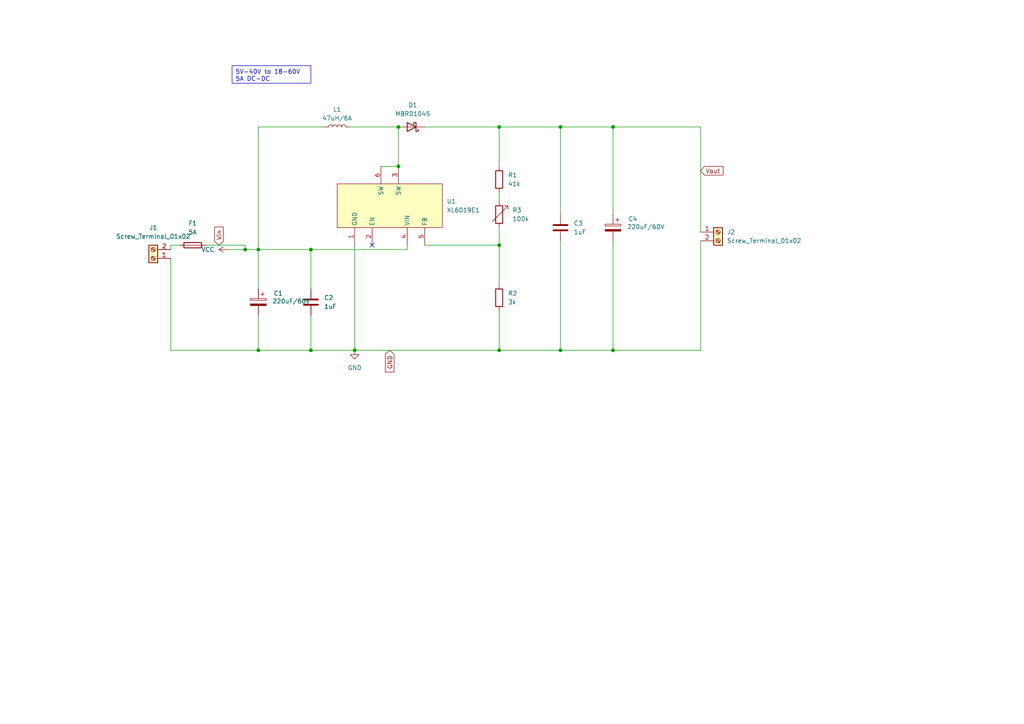
<source format=kicad_sch>
(kicad_sch (version 20231120) (generator "eeschema") (generator_version "8.0")
  (paper "A4")
  (lib_symbols
    (symbol "Connector:Screw_Terminal_01x02" (pin_names (offset 1.016) hide)
      (property "Reference" "J" (at 0 2.54 0))
      (property "Value" "Screw_Terminal_01x02" (at 0 -5.08 0))
      (symbol "Screw_Terminal_01x02_1_1"
        (rectangle (start -1.27 1.27) (end 1.27 -3.81) (stroke (width 0.254)) (fill (type background)))
        (circle (center 0 -2.54) (radius 0.635) (stroke (width 0.1524)))
        (polyline (pts (xy -0.5334 -2.2098) (xy 0.3302 -3.048)) (stroke (width 0.1524)))
        (polyline (pts (xy -0.5334 0.3302) (xy 0.3302 -0.508)) (stroke (width 0.1524)))
        (polyline (pts (xy -0.3556 -2.032) (xy 0.508 -2.8702)) (stroke (width 0.1524)))
        (polyline (pts (xy -0.3556 0.508) (xy 0.508 -0.3302)) (stroke (width 0.1524)))
        (circle (center 0 0) (radius 0.635) (stroke (width 0.1524)))
        (pin passive line (at -5.08 0 0) (length 3.81) (name "Pin_1") (number "1"))
        (pin passive line (at -5.08 -2.54 0) (length 3.81) (name "Pin_2") (number "2"))
      )
    )
    (symbol "Device:C" (pin_numbers hide) (pin_names (offset 0.254))
      (property "Reference" "C" (at 0.635 2.54 0))
      (property "Value" "C" (at 0.635 -2.54 0))
      (symbol "C_0_1"
        (polyline (pts (xy -2.032 -0.762) (xy 2.032 -0.762)) (stroke (width 0.508)))
        (polyline (pts (xy -2.032 0.762) (xy 2.032 0.762)) (stroke (width 0.508)))
      )
      (symbol "C_1_1"
        (pin passive line (at 0 3.81 270) (length 2.794) (name "~") (number "1"))
        (pin passive line (at 0 -3.81 90) (length 2.794) (name "~") (number "2"))
      )
    )
    (symbol "Device:C_Polarized" (pin_numbers hide) (pin_names (offset 0.254))
      (property "Reference" "C" (at 0.635 2.54 0))
      (property "Value" "C_Polarized" (at 0.635 -2.54 0))
      (symbol "C_Polarized_0_1"
        (rectangle (start -2.286 0.508) (end 2.286 1.016))
        (polyline (pts (xy -1.778 2.286) (xy -0.762 2.286)))
        (polyline (pts (xy -1.27 2.794) (xy -1.27 1.778)))
        (rectangle (start 2.286 -0.508) (end -2.286 -1.016) (fill (type outline)))
      )
      (symbol "C_Polarized_1_1"
        (pin passive line (at 0 3.81 270) (length 2.794) (name "~") (number "1"))
        (pin passive line (at 0 -3.81 90) (length 2.794) (name "~") (number "2"))
      )
    )
    (symbol "Device:D_Schottky" (pin_numbers hide) (pin_names (offset 1.016) hide)
      (property "Reference" "D" (at 0 2.54 0))
      (property "Value" "D_Schottky" (at 0 -2.54 0))
      (symbol "D_Schottky_0_1"
        (polyline (pts (xy 1.27 0) (xy -1.27 0)))
        (polyline (pts (xy 1.27 1.27) (xy 1.27 -1.27) (xy -1.27 0) (xy 1.27 1.27)) (stroke (width 0.254)))
        (polyline (pts (xy -1.905 0.635) (xy -1.905 1.27) (xy -1.27 1.27) (xy -1.27 -1.27) (xy -0.635 -1.27) (xy -0.635 -0.635)) (stroke (width 0.254)))
      )
      (symbol "D_Schottky_1_1"
        (pin passive line (at -3.81 0 0) (length 2.54) (name "K") (number "1"))
        (pin passive line (at 3.81 0 180) (length 2.54) (name "A") (number "2"))
      )
    )
    (symbol "Device:Fuse" (pin_numbers hide) (pin_names (offset 0))
      (property "Reference" "F" (at 2.032 0 90))
      (property "Value" "Fuse" (at -1.905 0 90))
      (symbol "Fuse_0_1"
        (rectangle (start -0.762 -2.54) (end 0.762 2.54) (stroke (width 0.254)))
        (polyline (pts (xy 0 2.54) (xy 0 -2.54)))
      )
      (symbol "Fuse_1_1"
        (pin passive line (at 0 3.81 270) (length 1.27) (name "~") (number "1"))
        (pin passive line (at 0 -3.81 90) (length 1.27) (name "~") (number "2"))
      )
    )
    (symbol "Device:L" (pin_numbers hide) (pin_names (offset 1.016) hide)
      (property "Reference" "L" (at -1.27 0 90))
      (property "Value" "L" (at 1.905 0 90))
      (symbol "L_0_1"
        (arc (start 0 -2.54) (mid 0.6323 -1.905) (end 0 -1.27))
        (arc (start 0 -1.27) (mid 0.6323 -0.635) (end 0 0))
        (arc (start 0 0) (mid 0.6323 0.635) (end 0 1.27))
        (arc (start 0 1.27) (mid 0.6323 1.905) (end 0 2.54))
      )
      (symbol "L_1_1"
        (pin passive line (at 0 3.81 270) (length 1.27) (name "1") (number "1"))
        (pin passive line (at 0 -3.81 90) (length 1.27) (name "2") (number "2"))
      )
    )
    (symbol "Device:R" (pin_numbers hide) (pin_names (offset 0))
      (property "Reference" "R" (at 2.032 0 90))
      (property "Value" "R" (at 0 0 90))
      (symbol "R_0_1"
        (rectangle (start -1.016 -2.54) (end 1.016 2.54) (stroke (width 0.254)))
      )
      (symbol "R_1_1"
        (pin passive line (at 0 3.81 270) (length 1.27) (name "~") (number "1"))
        (pin passive line (at 0 -3.81 90) (length 1.27) (name "~") (number "2"))
      )
    )
    (symbol "Device:R_Variable" (pin_numbers hide) (pin_names (offset 0))
      (property "Reference" "R" (at 2.54 -2.54 90))
      (property "Value" "R_Variable" (at -2.54 -1.27 90))
      (symbol "R_Variable_0_1"
        (rectangle (start -1.016 -2.54) (end 1.016 2.54) (stroke (width 0.254)))
        (polyline (pts (xy 2.54 1.524) (xy 2.54 2.54) (xy 1.524 2.54) (xy 2.54 2.54) (xy -2.032 -2.032)))
      )
      (symbol "R_Variable_1_1"
        (pin passive line (at 0 3.81 270) (length 1.27) (name "~") (number "1"))
        (pin passive line (at 0 -3.81 90) (length 1.27) (name "~") (number "2"))
      )
    )
    (symbol "easyeda2kicad:XL6019E1"
      (property "Reference" "U" (at 0 15.24 0))
      (property "Value" "XL6019E1" (at 0 -15.24 0))
      (symbol "XL6019E1_0_1"
        (rectangle (start -6.35 15.24) (end 6.35 -15.24) (fill (type background)))
        (pin unspecified line (at 11.43 -10.16 180) (length 5.08) (name "GND") (number "1"))
        (pin unspecified line (at 11.43 -5.08 180) (length 5.08) (name "EN") (number "2"))
        (pin unspecified line (at -11.43 2.54 0) (length 5.08) (name "SW") (number "3"))
        (pin unspecified line (at 11.43 5.08 180) (length 5.08) (name "VIN") (number "4"))
        (pin unspecified line (at 11.43 10.16 180) (length 5.08) (name "FB") (number "5"))
        (pin unspecified line (at -11.43 -2.54 0) (length 5.08) (name "SW") (number "6"))
      )
    )
    (symbol "power:GND" (power) (pin_numbers hide) (pin_names (offset 0) hide)
      (property "Value" "GND" (at 0 -3.81 0))
      (symbol "GND_0_1"
        (polyline (pts (xy 0 0) (xy 0 -1.27) (xy 1.27 -1.27) (xy 0 -2.54) (xy -1.27 -1.27) (xy 0 -1.27)))
      )
      (symbol "GND_1_1"
        (pin power_in line (at 0 0 270) (length 0) (name "~") (number "1"))
      )
    )
    (symbol "power:VCC" (power) (pin_numbers hide) (pin_names (offset 0) hide)
      (property "Value" "VCC" (at 0 3.556 0))
      (symbol "VCC_0_1"
        (polyline (pts (xy -0.762 1.27) (xy 0 2.54)))
        (polyline (pts (xy 0 0) (xy 0 2.54)))
        (polyline (pts (xy 0 2.54) (xy 0.762 1.27)))
      )
      (symbol "VCC_1_1"
        (pin power_in line (at 0 0 90) (length 0) (name "~") (number "1"))
      )
    )
  )
  (junction (at 90.17 101.6))
  (junction (at 144.78 71.12))
  (junction (at 115.57 36.83))
  (junction (at 162.56 101.6))
  (junction (at 74.93 101.6))
  (junction (at 71.12 72.39))
  (junction (at 90.17 72.39))
  (junction (at 144.78 101.6))
  (junction (at 115.57 48.26))
  (junction (at 144.78 36.83))
  (junction (at 177.8 36.83))
  (junction (at 162.56 36.83))
  (junction (at 177.8 101.6))
  (junction (at 74.93 72.39))
  (junction (at 102.87 101.6))
  (no_connect (at 107.95 71.12))
  (wire (pts (xy 144.78 101.6) (xy 162.56 101.6)))
  (wire (pts (xy 49.53 101.6) (xy 74.93 101.6)))
  (wire (pts (xy 71.12 71.12) (xy 59.69 71.12)))
  (wire (pts (xy 118.11 72.39) (xy 118.11 71.12)))
  (wire (pts (xy 144.78 36.83) (xy 162.56 36.83)))
  (wire (pts (xy 90.17 91.44) (xy 90.17 101.6)))
  (wire (pts (xy 90.17 72.39) (xy 90.17 83.82)))
  (wire (pts (xy 90.17 72.39) (xy 118.11 72.39)))
  (wire (pts (xy 162.56 62.23) (xy 162.56 36.83)))
  (wire (pts (xy 101.6 36.83) (xy 115.57 36.83)))
  (wire (pts (xy 203.2 101.6) (xy 177.8 101.6)))
  (wire (pts (xy 162.56 36.83) (xy 177.8 36.83)))
  (wire (pts (xy 177.8 69.85) (xy 177.8 101.6)))
  (wire (pts (xy 115.57 48.26) (xy 115.57 36.83)))
  (wire (pts (xy 49.53 74.93) (xy 49.53 101.6)))
  (wire (pts (xy 93.98 36.83) (xy 74.93 36.83)))
  (wire (pts (xy 71.12 72.39) (xy 74.93 72.39)))
  (wire (pts (xy 74.93 72.39) (xy 74.93 83.82)))
  (wire (pts (xy 102.87 71.12) (xy 102.87 101.6)))
  (wire (pts (xy 90.17 101.6) (xy 102.87 101.6)))
  (wire (pts (xy 144.78 55.88) (xy 144.78 58.42)))
  (wire (pts (xy 102.87 101.6) (xy 144.78 101.6)))
  (wire (pts (xy 144.78 71.12) (xy 144.78 82.55)))
  (wire (pts (xy 123.19 71.12) (xy 144.78 71.12)))
  (wire (pts (xy 203.2 36.83) (xy 203.2 67.31)))
  (wire (pts (xy 74.93 91.44) (xy 74.93 101.6)))
  (wire (pts (xy 110.49 48.26) (xy 115.57 48.26)))
  (wire (pts (xy 144.78 48.26) (xy 144.78 36.83)))
  (wire (pts (xy 203.2 69.85) (xy 203.2 101.6)))
  (wire (pts (xy 71.12 72.39) (xy 71.12 71.12)))
  (wire (pts (xy 177.8 62.23) (xy 177.8 36.83)))
  (wire (pts (xy 52.07 71.12) (xy 49.53 71.12)))
  (wire (pts (xy 144.78 36.83) (xy 123.19 36.83)))
  (wire (pts (xy 144.78 66.04) (xy 144.78 71.12)))
  (wire (pts (xy 74.93 72.39) (xy 90.17 72.39)))
  (wire (pts (xy 66.04 72.39) (xy 71.12 72.39)))
  (wire (pts (xy 74.93 101.6) (xy 90.17 101.6)))
  (wire (pts (xy 49.53 71.12) (xy 49.53 72.39)))
  (wire (pts (xy 74.93 36.83) (xy 74.93 72.39)))
  (wire (pts (xy 177.8 36.83) (xy 203.2 36.83)))
  (wire (pts (xy 162.56 69.85) (xy 162.56 101.6)))
  (wire (pts (xy 144.78 90.17) (xy 144.78 101.6)))
  (wire (pts (xy 162.56 101.6) (xy 177.8 101.6)))
  (text_box "5V-40V to 18-60V 5A DC-DC" (at 67.31 19.05 0) (size 22.86 5.08) (effects (font (size 1.27 1.27)) (justify left top)))
  (global_label "GND" (shape input) (at 113.03 101.6 270) (property "Intersheetrefs" "${INTERSHEET_REFS}" (effects (hide yes))))
  (global_label "Vin" (shape input) (at 63.5 71.12 90) (property "Intersheetrefs" "${INTERSHEET_REFS}" (effects (hide yes))))
  (global_label "Vout" (shape input) (at 203.2 49.53 0) (property "Intersheetrefs" "${INTERSHEET_REFS}" (effects (hide yes))))
  (symbol (lib_id "Device:D_Schottky") (at 119.38 36.83 180) (unit 1)
    (property "Reference" "D1" (at 119.6975 30.48 0))
    (property "Value" "MBRD1045" (at 119.6975 33.02 0))
    (property "Footprint" "Package_TO_SOT_SMD:TO-252-2" (effects (hide yes)))
    (property "Description" "Schottky diode" (effects (hide yes)))
    (property "LCSC" "C5137764" (effects (hide yes)))
  )
  (symbol (lib_id "Device:R") (at 144.78 52.07 0) (unit 1)
    (property "Reference" "R1" (at 147.32 50.7999 0) (effects (justify left)))
    (property "Value" "41k" (at 147.32 53.3399 0) (effects (justify left)))
    (property "Footprint" "Resistor_SMD:R_1206_3216Metric" (effects (hide yes)))
    (property "Description" "Resistor" (effects (hide yes)))
  )
  (symbol (lib_id "easyeda2kicad:XL6019E1") (at 113.03 59.69 270) (unit 1)
    (property "Reference" "U1" (at 129.54 58.4199 90) (effects (justify left)))
    (property "Value" "XL6019E1" (at 129.54 60.9599 90) (effects (justify left)))
    (property "Footprint" "easyeda2kicad:TO-263-5_L10.2-W9.9-P1.70-LS14.4-TL" (effects (hide yes)))
    (property "Datasheet" "https://lcsc.com/product-detail/DC-DC-Converters_XL6019E1_C73018.html" (effects (hide yes)))
    (property "LCSC Part" "C73018" (effects (hide yes)))
  )
  (symbol (lib_id "Device:C") (at 90.17 87.63 0) (unit 1)
    (property "Reference" "C2" (at 93.98 86.3599 0) (effects (justify left)))
    (property "Value" "1uF" (at 93.98 88.8999 0) (effects (justify left)))
    (property "Footprint" "Capacitor_SMD:C_1206_3216Metric" (effects (hide yes)))
    (property "Description" "Unpolarized capacitor" (effects (hide yes)))
  )
  (symbol (lib_id "Device:R_Variable") (at 144.78 62.23 0) (unit 1)
    (property "Reference" "R3" (at 148.59 60.9599 0) (effects (justify left)))
    (property "Value" "100k" (at 148.59 63.4999 0) (effects (justify left)))
    (property "Footprint" "Potentiometer_THT:Potentiometer_Bourns_3266Y_Vertical" (effects (hide yes)))
    (property "Description" "Variable resistor" (effects (hide yes)))
  )
  (symbol (lib_id "Device:Fuse") (at 55.88 71.12 90) (unit 1)
    (property "Reference" "F1" (at 55.88 64.77 90))
    (property "Value" "5A" (at 55.88 67.31 90))
    (property "Footprint" "Fuse:Fuse_1206_3216Metric" (effects (hide yes)))
    (property "Description" "Fuse" (effects (hide yes)))
    (property "LCSC" "C553937" (effects (hide yes)))
  )
  (symbol (lib_id "Device:C_Polarized") (at 177.8 66.04 0) (mirror y) (unit 1)
    (property "Reference" "C4" (at 184.912 63.5 0) (effects (justify left)))
    (property "Value" "220uF/60V" (at 192.786 65.786 0) (effects (justify left)))
    (property "Footprint" "Capacitor_SMD:CP_Elec_10x10.5" (effects (hide yes)))
    (property "Description" "Polarized capacitor" (effects (hide yes)))
  )
  (symbol (lib_id "Connector:Screw_Terminal_01x02") (at 208.28 67.31 0) (unit 1)
    (property "Reference" "J2" (at 210.82 67.3099 0) (effects (justify left)))
    (property "Value" "Screw_Terminal_01x02" (at 210.82 69.8499 0) (effects (justify left)))
    (property "Footprint" "TerminalBlock_Phoenix:TerminalBlock_Phoenix_MKDS-1,5-2-5.08_1x02_P5.08mm_Horizontal" (effects (hide yes)))
    (property "Description" "Generic screw terminal, single row, 01x02, script generated (kicad-library-utils/schlib/autogen/connector/)" (effects (hide yes)))
  )
  (symbol (lib_id "Device:R") (at 144.78 86.36 0) (unit 1)
    (property "Reference" "R2" (at 147.32 85.0899 0) (effects (justify left)))
    (property "Value" "3k" (at 147.32 87.6299 0) (effects (justify left)))
    (property "Footprint" "Resistor_SMD:R_1206_3216Metric" (effects (hide yes)))
    (property "Description" "Resistor" (effects (hide yes)))
  )
  (symbol (lib_id "power:VCC") (at 66.04 72.39 90) (unit 1)
    (property "Reference" "#PWR02" (effects (hide yes)))
    (property "Value" "VCC" (at 62.23 72.3899 90) (effects (justify left)))
    (property "Description" "Power symbol creates a global label with name \"VCC\"" (effects (hide yes)))
  )
  (symbol (lib_id "power:GND") (at 102.87 101.6 0) (unit 1)
    (property "Reference" "#PWR01" (effects (hide yes)))
    (property "Value" "GND" (at 102.87 106.68 0))
    (property "Description" "Power symbol creates a global label with name \"GND\" , ground" (effects (hide yes)))
  )
  (symbol (lib_id "Connector:Screw_Terminal_01x02") (at 44.45 74.93 180) (unit 1)
    (property "Reference" "J1" (at 44.45 66.04 0))
    (property "Value" "Screw_Terminal_01x02" (at 44.45 68.58 0))
    (property "Footprint" "TerminalBlock_Phoenix:TerminalBlock_Phoenix_MKDS-1,5-2-5.08_1x02_P5.08mm_Horizontal" (effects (hide yes)))
    (property "Description" "Generic screw terminal, single row, 01x02, script generated (kicad-library-utils/schlib/autogen/connector/)" (effects (hide yes)))
  )
  (symbol (lib_id "Device:C") (at 162.56 66.04 0) (unit 1)
    (property "Reference" "C3" (at 166.37 64.7699 0) (effects (justify left)))
    (property "Value" "1uF" (at 166.37 67.3099 0) (effects (justify left)))
    (property "Footprint" "Capacitor_SMD:C_1206_3216Metric" (effects (hide yes)))
    (property "Description" "Unpolarized capacitor" (effects (hide yes)))
  )
  (symbol (lib_id "Device:L") (at 97.79 36.83 90) (unit 1)
    (property "Reference" "L1" (at 97.79 31.75 90))
    (property "Value" "47uH/6A" (at 97.79 34.29 90))
    (property "Footprint" "Capacitor_THT:C_Rect_L26.5mm_W11.5mm_P22.50mm_MKS4" (effects (hide yes)))
    (property "Description" "Inductor" (effects (hide yes)))
    (property "LCSC" "C18213939" (effects (hide yes)))
  )
  (symbol (lib_id "Device:C_Polarized") (at 74.93 87.63 0) (mirror y) (unit 1)
    (property "Reference" "C1" (at 82.042 85.09 0) (effects (justify left)))
    (property "Value" "220uF/60V" (at 89.916 87.376 0) (effects (justify left)))
    (property "Footprint" "Capacitor_SMD:CP_Elec_10x10.5" (effects (hide yes)))
    (property "Description" "Polarized capacitor" (effects (hide yes)))
  )
)
</source>
